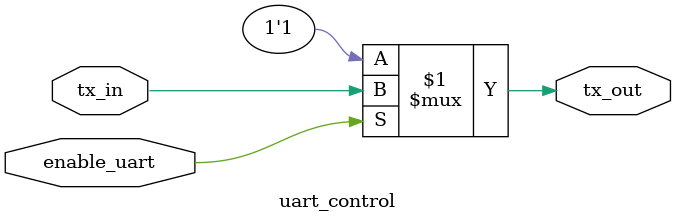
<source format=v>
`timescale 1ns / 1ps


module uart_control(
    input enable_uart,
    input tx_in,
    output tx_out
    );
    assign tx_out = (enable_uart) ? tx_in : 1'h1;

endmodule

</source>
